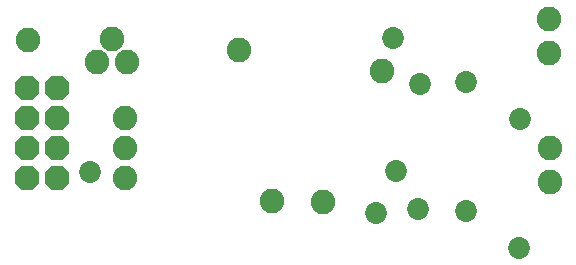
<source format=gbs>
G75*
%MOIN*%
%OFA0B0*%
%FSLAX25Y25*%
%IPPOS*%
%LPD*%
%AMOC8*
5,1,8,0,0,1.08239X$1,22.5*
%
%ADD10C,0.08200*%
%ADD11OC8,0.08200*%
%ADD12C,0.07296*%
D10*
X0057939Y0047212D03*
X0057939Y0057212D03*
X0057939Y0067212D03*
X0058501Y0085928D03*
X0053501Y0093428D03*
X0048501Y0085928D03*
X0025706Y0093194D03*
X0095925Y0089980D03*
X0143513Y0082724D03*
X0199335Y0088831D03*
X0199335Y0100231D03*
X0199531Y0057121D03*
X0199531Y0045721D03*
X0124046Y0039254D03*
X0106833Y0039361D03*
D11*
X0025234Y0047187D03*
X0035234Y0047187D03*
X0035234Y0057187D03*
X0025234Y0057187D03*
X0025234Y0067187D03*
X0035234Y0067187D03*
X0035234Y0077187D03*
X0025234Y0077187D03*
D12*
X0046382Y0049138D03*
X0141657Y0035358D03*
X0155437Y0036933D03*
X0171579Y0036146D03*
X0189295Y0023941D03*
X0148350Y0049531D03*
X0189689Y0066854D03*
X0171579Y0079059D03*
X0156224Y0078665D03*
X0147169Y0094020D03*
M02*

</source>
